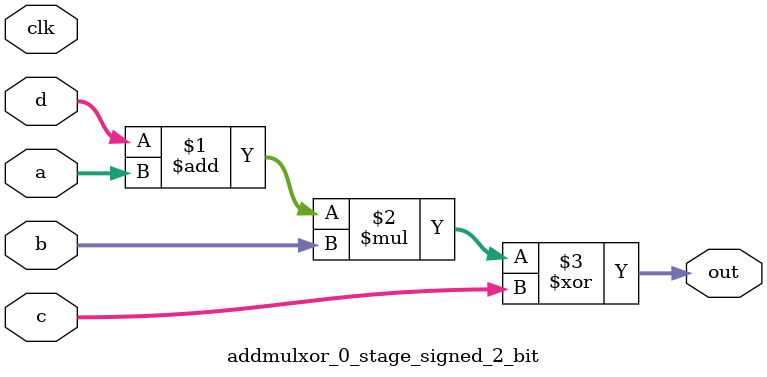
<source format=sv>
(* use_dsp = "yes" *) module addmulxor_0_stage_signed_2_bit(
	input signed [1:0] a,
	input signed [1:0] b,
	input signed [1:0] c,
	input signed [1:0] d,
	output [1:0] out,
	input clk);

	assign out = ((d + a) * b) ^ c;
endmodule

</source>
